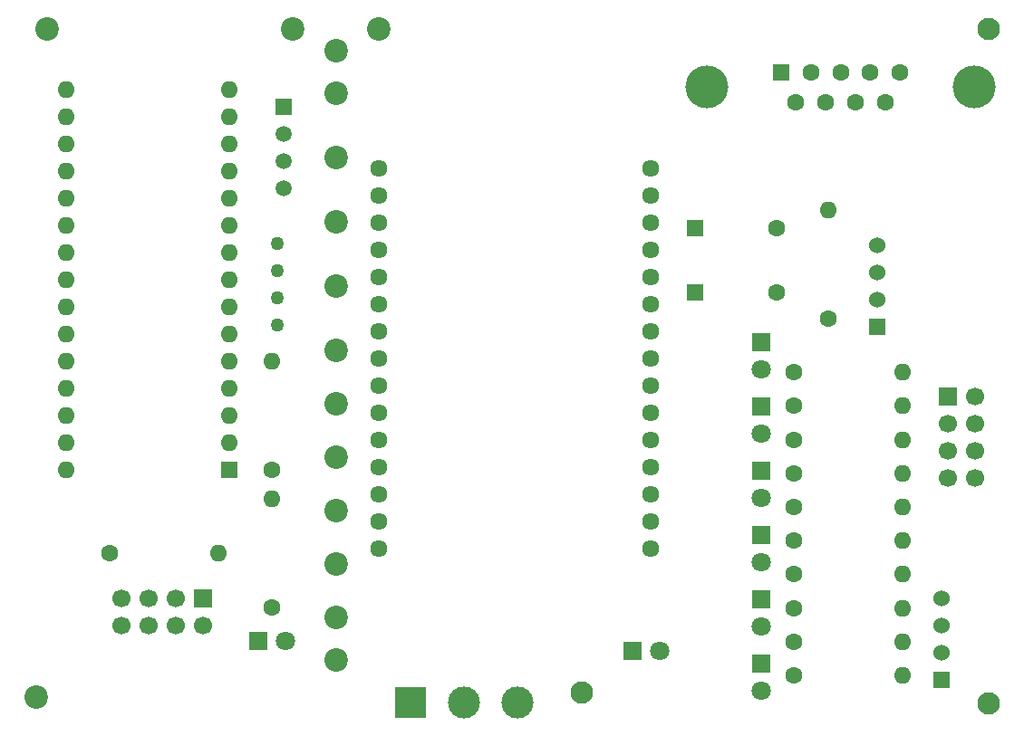
<source format=gts>
G04 #@! TF.GenerationSoftware,KiCad,Pcbnew,9.0.1*
G04 #@! TF.CreationDate,2025-05-15T21:23:48-07:00*
G04 #@! TF.ProjectId,ARDU_RF_TEMP,41524455-5f52-4465-9f54-454d502e6b69,rev?*
G04 #@! TF.SameCoordinates,Original*
G04 #@! TF.FileFunction,Soldermask,Top*
G04 #@! TF.FilePolarity,Negative*
%FSLAX46Y46*%
G04 Gerber Fmt 4.6, Leading zero omitted, Abs format (unit mm)*
G04 Created by KiCad (PCBNEW 9.0.1) date 2025-05-15 21:23:48*
%MOMM*%
%LPD*%
G01*
G04 APERTURE LIST*
G04 Aperture macros list*
%AMRoundRect*
0 Rectangle with rounded corners*
0 $1 Rounding radius*
0 $2 $3 $4 $5 $6 $7 $8 $9 X,Y pos of 4 corners*
0 Add a 4 corners polygon primitive as box body*
4,1,4,$2,$3,$4,$5,$6,$7,$8,$9,$2,$3,0*
0 Add four circle primitives for the rounded corners*
1,1,$1+$1,$2,$3*
1,1,$1+$1,$4,$5*
1,1,$1+$1,$6,$7*
1,1,$1+$1,$8,$9*
0 Add four rect primitives between the rounded corners*
20,1,$1+$1,$2,$3,$4,$5,0*
20,1,$1+$1,$4,$5,$6,$7,0*
20,1,$1+$1,$6,$7,$8,$9,0*
20,1,$1+$1,$8,$9,$2,$3,0*%
G04 Aperture macros list end*
%ADD10C,2.100000*%
%ADD11R,3.000000X3.000000*%
%ADD12C,3.000000*%
%ADD13C,4.000000*%
%ADD14R,1.600000X1.600000*%
%ADD15C,1.600000*%
%ADD16C,1.612000*%
%ADD17O,1.600000X1.600000*%
%ADD18R,1.800000X1.800000*%
%ADD19C,1.800000*%
%ADD20RoundRect,0.250000X-0.550000X-0.550000X0.550000X-0.550000X0.550000X0.550000X-0.550000X0.550000X0*%
%ADD21C,2.200000*%
%ADD22R,1.500000X1.500000*%
%ADD23C,1.500000*%
%ADD24R,1.524000X1.524000*%
%ADD25C,1.524000*%
%ADD26C,1.270000*%
%ADD27R,1.700000X1.700000*%
%ADD28C,1.700000*%
G04 APERTURE END LIST*
D10*
X65000000Y-77000000D03*
X103000000Y-78000000D03*
X103000000Y-15000000D03*
D11*
X49000000Y-77950000D03*
D12*
X54000000Y-77950000D03*
X59000000Y-77950000D03*
D13*
X76655000Y-20420000D03*
X101655000Y-20420000D03*
D14*
X83615000Y-19000000D03*
D15*
X86385000Y-19000000D03*
X89155000Y-19000000D03*
X91925000Y-19000000D03*
X94695000Y-19000000D03*
X85000000Y-21840000D03*
X87770000Y-21840000D03*
X90540000Y-21840000D03*
X93310000Y-21840000D03*
D16*
X71400000Y-63560000D03*
X71400000Y-61020000D03*
X71400000Y-58480000D03*
X71400000Y-55940000D03*
X71400000Y-53400000D03*
X71400000Y-50860000D03*
X71400000Y-48320000D03*
X71400000Y-45780000D03*
X71400000Y-43240000D03*
X71400000Y-40700000D03*
X71400000Y-38160000D03*
X71400000Y-35620000D03*
X71400000Y-33080000D03*
X71400000Y-30540000D03*
X71400000Y-28000000D03*
X46000000Y-28000000D03*
X46000000Y-30540000D03*
X46000000Y-33080000D03*
X46000000Y-35620000D03*
X46000000Y-38160000D03*
X46000000Y-40700000D03*
X46000000Y-43240000D03*
X46000000Y-45780000D03*
X46000000Y-48320000D03*
X46000000Y-50860000D03*
X46000000Y-53400000D03*
X46000000Y-55940000D03*
X46000000Y-58480000D03*
X46000000Y-61020000D03*
X46000000Y-63560000D03*
D15*
X84820000Y-47067500D03*
D17*
X94980000Y-47067500D03*
D18*
X81735000Y-62277500D03*
D19*
X81735000Y-64817500D03*
D20*
X75595000Y-33580000D03*
D15*
X83215000Y-33580000D03*
X36000000Y-56160000D03*
D17*
X36000000Y-46000000D03*
D18*
X81735000Y-74297500D03*
D19*
X81735000Y-76837500D03*
D21*
X46000000Y-15000000D03*
D18*
X81735000Y-44247500D03*
D19*
X81735000Y-46787500D03*
D15*
X84820000Y-53367500D03*
D17*
X94980000Y-53367500D03*
D15*
X84820000Y-59667500D03*
D17*
X94980000Y-59667500D03*
D14*
X32000000Y-56160000D03*
D17*
X32000000Y-53620000D03*
X32000000Y-51080000D03*
X32000000Y-48540000D03*
X32000000Y-46000000D03*
X32000000Y-43460000D03*
X32000000Y-40920000D03*
X32000000Y-38380000D03*
X32000000Y-35840000D03*
X32000000Y-33300000D03*
X32000000Y-30760000D03*
X32000000Y-28220000D03*
X32000000Y-25680000D03*
X32000000Y-23140000D03*
X32000000Y-20600000D03*
X16760000Y-20600000D03*
X16760000Y-23140000D03*
X16760000Y-25680000D03*
X16760000Y-28220000D03*
X16760000Y-30760000D03*
X16760000Y-33300000D03*
X16760000Y-35840000D03*
X16760000Y-38380000D03*
X16760000Y-40920000D03*
X16760000Y-43460000D03*
X16760000Y-46000000D03*
X16760000Y-48540000D03*
X16760000Y-51080000D03*
X16760000Y-53620000D03*
X16760000Y-56160000D03*
D22*
X37097500Y-22287500D03*
D23*
X37097500Y-24827500D03*
X37097500Y-27367500D03*
X37097500Y-29907500D03*
D15*
X36000000Y-69080000D03*
D17*
X36000000Y-58920000D03*
D15*
X84820000Y-50217500D03*
D17*
X94980000Y-50217500D03*
D18*
X69730000Y-73165000D03*
D19*
X72270000Y-73165000D03*
D15*
X84820000Y-69117500D03*
D17*
X94980000Y-69117500D03*
D21*
X42000000Y-74000000D03*
X38000000Y-15000000D03*
X42000000Y-17000000D03*
X14000000Y-77460000D03*
D20*
X75595000Y-39580000D03*
D15*
X83215000Y-39580000D03*
D18*
X81735000Y-68287500D03*
D19*
X81735000Y-70827500D03*
D21*
X42000000Y-27000000D03*
D15*
X84820000Y-56517500D03*
D17*
X94980000Y-56517500D03*
D21*
X42000000Y-60000000D03*
D18*
X81735000Y-50257500D03*
D19*
X81735000Y-52797500D03*
D15*
X84820000Y-72267500D03*
D17*
X94980000Y-72267500D03*
D21*
X42000000Y-33000000D03*
D24*
X98589800Y-75810000D03*
D25*
X98589800Y-73270000D03*
X98589800Y-70730000D03*
X98589800Y-68190000D03*
D24*
X92589800Y-42810000D03*
D25*
X92589800Y-40270000D03*
X92589800Y-37730000D03*
X92589800Y-35190000D03*
D18*
X34730000Y-72165000D03*
D19*
X37270000Y-72165000D03*
D18*
X81735000Y-56267500D03*
D19*
X81735000Y-58807500D03*
D21*
X15000000Y-15000000D03*
X42000000Y-45000000D03*
D26*
X36500000Y-42620000D03*
X36500000Y-40080000D03*
X36500000Y-37540000D03*
X36500000Y-35000000D03*
D15*
X20840000Y-64000000D03*
D17*
X31000000Y-64000000D03*
D15*
X84820000Y-75417500D03*
D17*
X94980000Y-75417500D03*
D21*
X42000000Y-70000000D03*
D27*
X29625000Y-68210500D03*
D28*
X29625000Y-70750500D03*
X27085000Y-68210500D03*
X27085000Y-70750500D03*
X24545000Y-68210500D03*
X24545000Y-70750500D03*
X22005000Y-68210500D03*
X22005000Y-70750500D03*
D21*
X42000000Y-21000000D03*
X42000000Y-65000000D03*
X42000000Y-50000000D03*
D15*
X84820000Y-62817500D03*
D17*
X94980000Y-62817500D03*
D21*
X42000000Y-39000000D03*
D15*
X84820000Y-65967500D03*
D17*
X94980000Y-65967500D03*
D27*
X99210500Y-49375000D03*
D28*
X101750500Y-49375000D03*
X99210500Y-51915000D03*
X101750500Y-51915000D03*
X99210500Y-54455000D03*
X101750500Y-54455000D03*
X99210500Y-56995000D03*
X101750500Y-56995000D03*
D21*
X42000000Y-55000000D03*
D15*
X88000000Y-42080000D03*
D17*
X88000000Y-31920000D03*
M02*

</source>
